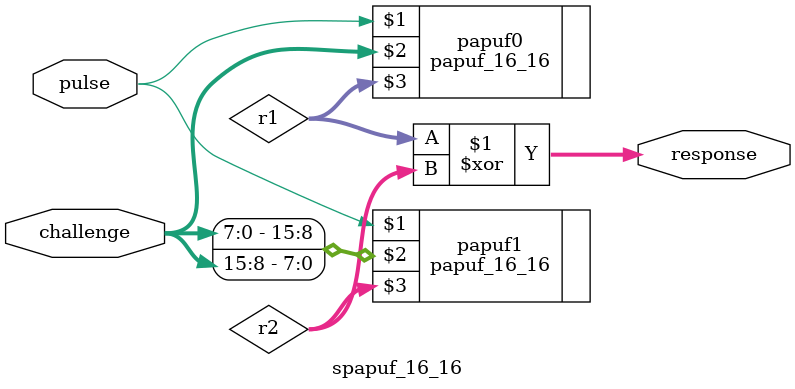
<source format=v>
module spapuf_16_16(
    input pulse,
    input [15:0]challenge,
    output [15:0]response
);

wire [15:0]r1,r2;

(* DONT_TOUCH = "yes" *)papuf_16_16 papuf0(pulse,challenge,r1);
(* DONT_TOUCH = "yes" *)papuf_16_16 papuf1(pulse,{challenge[7:0],challenge[15:8]},r2);

assign response = r1 ^ r2;


endmodule
</source>
